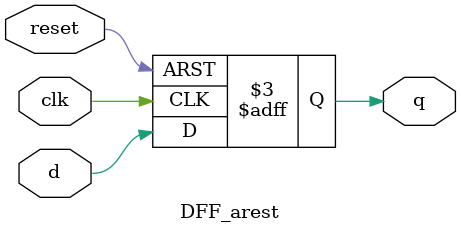
<source format=v>
`timescale 1ns / 1ps


module DFF_arest(q, d, clk, reset);

input clk, d, reset;
output reg q;

always@(posedge clk, posedge reset)
begin
    if (reset == 1'b1)      // if (reset)
        q <= 1'b0;          
    else
         q <= d;
    
end

endmodule


</source>
